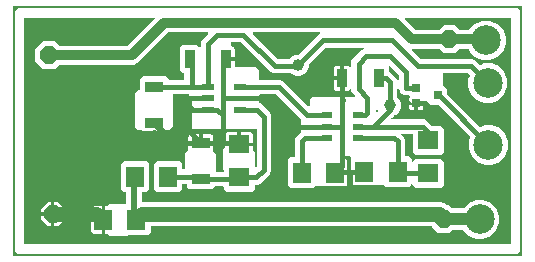
<source format=gbr>
G04 EAGLE Gerber RS-274X export*
G75*
%MOMM*%
%FSLAX34Y34*%
%LPD*%
%INTop Copper*%
%IPPOS*%
%AMOC8*
5,1,8,0,0,1.08239X$1,22.5*%
G01*
%ADD10R,0.977900X0.508000*%
%ADD11R,0.876300X0.508000*%
%ADD12R,1.600000X1.800000*%
%ADD13R,1.600000X0.900000*%
%ADD14R,0.900000X1.600000*%
%ADD15R,0.700000X0.700000*%
%ADD16R,1.800000X1.600000*%
%ADD17P,1.649562X8X22.500000*%
%ADD18C,2.500000*%
%ADD19C,0.406400*%
%ADD20C,1.270000*%
%ADD21C,0.508000*%
%ADD22C,1.006400*%
%ADD23C,1.016000*%
%ADD24C,0.812800*%

G36*
X475020Y44242D02*
X475020Y44242D01*
X475039Y44240D01*
X475141Y44262D01*
X475243Y44279D01*
X475260Y44288D01*
X475280Y44292D01*
X475369Y44345D01*
X475460Y44394D01*
X475474Y44408D01*
X475491Y44418D01*
X475558Y44497D01*
X475630Y44572D01*
X475638Y44590D01*
X475651Y44605D01*
X475690Y44701D01*
X475733Y44795D01*
X475735Y44815D01*
X475743Y44833D01*
X475761Y45000D01*
X475761Y255000D01*
X475758Y255020D01*
X475760Y255039D01*
X475738Y255141D01*
X475722Y255243D01*
X475712Y255260D01*
X475708Y255280D01*
X475655Y255369D01*
X475606Y255460D01*
X475592Y255474D01*
X475582Y255491D01*
X475503Y255558D01*
X475428Y255630D01*
X475410Y255638D01*
X475395Y255651D01*
X475299Y255690D01*
X475205Y255733D01*
X475185Y255735D01*
X475167Y255743D01*
X475000Y255761D01*
X45000Y255761D01*
X44980Y255758D01*
X44961Y255760D01*
X44859Y255738D01*
X44757Y255722D01*
X44740Y255712D01*
X44720Y255708D01*
X44631Y255655D01*
X44540Y255606D01*
X44526Y255592D01*
X44509Y255582D01*
X44442Y255503D01*
X44371Y255428D01*
X44362Y255410D01*
X44349Y255395D01*
X44310Y255299D01*
X44267Y255205D01*
X44265Y255185D01*
X44257Y255167D01*
X44239Y255000D01*
X44239Y45000D01*
X44242Y44980D01*
X44240Y44961D01*
X44262Y44859D01*
X44279Y44757D01*
X44288Y44740D01*
X44292Y44720D01*
X44345Y44631D01*
X44394Y44540D01*
X44408Y44526D01*
X44418Y44509D01*
X44497Y44442D01*
X44572Y44371D01*
X44590Y44362D01*
X44605Y44349D01*
X44701Y44310D01*
X44795Y44267D01*
X44815Y44265D01*
X44833Y44257D01*
X45000Y44239D01*
X475000Y44239D01*
X475020Y44242D01*
G37*
%LPC*%
G36*
X48316Y45935D02*
X48316Y45935D01*
X45935Y48316D01*
X45935Y251684D01*
X48316Y254065D01*
X471684Y254065D01*
X474065Y251684D01*
X474065Y48316D01*
X471684Y45935D01*
X48316Y45935D01*
G37*
%LPD*%
G36*
X465194Y54068D02*
X465194Y54068D01*
X465213Y54066D01*
X465315Y54088D01*
X465417Y54104D01*
X465434Y54114D01*
X465454Y54118D01*
X465543Y54171D01*
X465634Y54220D01*
X465648Y54234D01*
X465665Y54244D01*
X465732Y54323D01*
X465804Y54398D01*
X465812Y54416D01*
X465825Y54431D01*
X465864Y54527D01*
X465907Y54621D01*
X465909Y54641D01*
X465917Y54659D01*
X465935Y54826D01*
X465935Y245174D01*
X465932Y245194D01*
X465934Y245213D01*
X465912Y245315D01*
X465896Y245417D01*
X465886Y245434D01*
X465882Y245454D01*
X465829Y245543D01*
X465780Y245634D01*
X465766Y245648D01*
X465756Y245665D01*
X465677Y245732D01*
X465602Y245804D01*
X465584Y245812D01*
X465569Y245825D01*
X465473Y245864D01*
X465379Y245907D01*
X465359Y245909D01*
X465341Y245917D01*
X465174Y245935D01*
X376898Y245935D01*
X376828Y245924D01*
X376756Y245922D01*
X376707Y245904D01*
X376656Y245896D01*
X376592Y245862D01*
X376525Y245837D01*
X376484Y245805D01*
X376438Y245780D01*
X376389Y245728D01*
X376333Y245684D01*
X376305Y245640D01*
X376269Y245602D01*
X376239Y245537D01*
X376200Y245477D01*
X376187Y245426D01*
X376165Y245379D01*
X376157Y245308D01*
X376140Y245238D01*
X376144Y245186D01*
X376138Y245135D01*
X376153Y245064D01*
X376159Y244993D01*
X376179Y244945D01*
X376190Y244894D01*
X376227Y244833D01*
X376255Y244767D01*
X376300Y244711D01*
X376317Y244683D01*
X376334Y244668D01*
X376360Y244636D01*
X385144Y235852D01*
X385218Y235799D01*
X385287Y235739D01*
X385318Y235727D01*
X385344Y235708D01*
X385431Y235681D01*
X385516Y235647D01*
X385557Y235643D01*
X385579Y235636D01*
X385611Y235637D01*
X385682Y235629D01*
X405289Y235629D01*
X405379Y235643D01*
X405470Y235651D01*
X405500Y235663D01*
X405531Y235668D01*
X405612Y235711D01*
X405696Y235747D01*
X405728Y235773D01*
X405749Y235784D01*
X405771Y235807D01*
X405827Y235852D01*
X409160Y239185D01*
X418840Y239185D01*
X422173Y235852D01*
X422247Y235799D01*
X422316Y235739D01*
X422346Y235727D01*
X422373Y235708D01*
X422460Y235681D01*
X422545Y235647D01*
X422585Y235643D01*
X422608Y235636D01*
X422640Y235637D01*
X422711Y235629D01*
X430387Y235629D01*
X430477Y235643D01*
X430568Y235651D01*
X430598Y235663D01*
X430630Y235668D01*
X430711Y235711D01*
X430795Y235747D01*
X430827Y235773D01*
X430847Y235784D01*
X430870Y235807D01*
X430926Y235852D01*
X435617Y240543D01*
X441705Y243065D01*
X448295Y243065D01*
X454383Y240543D01*
X459043Y235883D01*
X461565Y229795D01*
X461565Y223205D01*
X459043Y217117D01*
X454383Y212457D01*
X448295Y209935D01*
X441705Y209935D01*
X435617Y212457D01*
X430957Y217117D01*
X430218Y218901D01*
X430156Y219001D01*
X430096Y219101D01*
X430092Y219105D01*
X430088Y219110D01*
X429998Y219185D01*
X429910Y219261D01*
X429904Y219263D01*
X429899Y219267D01*
X429790Y219309D01*
X429681Y219353D01*
X429674Y219354D01*
X429669Y219355D01*
X429651Y219356D01*
X429515Y219371D01*
X422711Y219371D01*
X422621Y219357D01*
X422530Y219349D01*
X422500Y219337D01*
X422469Y219332D01*
X422388Y219289D01*
X422304Y219253D01*
X422272Y219227D01*
X422251Y219216D01*
X422229Y219193D01*
X422173Y219148D01*
X418840Y215815D01*
X409160Y215815D01*
X405827Y219148D01*
X405753Y219201D01*
X405684Y219261D01*
X405654Y219273D01*
X405627Y219292D01*
X405540Y219319D01*
X405455Y219353D01*
X405415Y219357D01*
X405392Y219364D01*
X405360Y219363D01*
X405289Y219371D01*
X383089Y219371D01*
X383018Y219360D01*
X382946Y219358D01*
X382897Y219340D01*
X382846Y219332D01*
X382783Y219298D01*
X382715Y219273D01*
X382675Y219241D01*
X382628Y219216D01*
X382579Y219164D01*
X382523Y219120D01*
X382495Y219076D01*
X382459Y219038D01*
X382429Y218973D01*
X382390Y218913D01*
X382377Y218862D01*
X382355Y218815D01*
X382348Y218744D01*
X382330Y218674D01*
X382334Y218622D01*
X382328Y218571D01*
X382344Y218500D01*
X382349Y218429D01*
X382370Y218381D01*
X382381Y218330D01*
X382417Y218269D01*
X382446Y218203D01*
X382490Y218147D01*
X382507Y218119D01*
X382525Y218104D01*
X382550Y218072D01*
X389302Y211320D01*
X389376Y211267D01*
X389446Y211207D01*
X389476Y211195D01*
X389502Y211176D01*
X389589Y211149D01*
X389674Y211115D01*
X389715Y211111D01*
X389737Y211104D01*
X389769Y211105D01*
X389841Y211097D01*
X433213Y211097D01*
X435454Y210169D01*
X437276Y208347D01*
X437276Y208346D01*
X439559Y206063D01*
X439653Y205996D01*
X439748Y205925D01*
X439754Y205923D01*
X439759Y205920D01*
X439870Y205885D01*
X439981Y205849D01*
X439988Y205849D01*
X439994Y205847D01*
X440111Y205850D01*
X440227Y205851D01*
X440235Y205853D01*
X440240Y205854D01*
X440257Y205860D01*
X440389Y205898D01*
X443205Y207065D01*
X449795Y207065D01*
X455883Y204543D01*
X460543Y199883D01*
X463065Y193795D01*
X463065Y187205D01*
X460543Y181117D01*
X455883Y176457D01*
X449795Y173935D01*
X443205Y173935D01*
X437117Y176457D01*
X432457Y181117D01*
X429935Y187205D01*
X429935Y193795D01*
X431102Y196611D01*
X431129Y196725D01*
X431157Y196839D01*
X431157Y196845D01*
X431158Y196851D01*
X431147Y196968D01*
X431138Y197084D01*
X431136Y197089D01*
X431135Y197096D01*
X431087Y197203D01*
X431042Y197310D01*
X431037Y197316D01*
X431035Y197321D01*
X431022Y197334D01*
X430937Y197441D01*
X429698Y198680D01*
X429624Y198733D01*
X429554Y198793D01*
X429524Y198805D01*
X429498Y198824D01*
X429411Y198851D01*
X429326Y198885D01*
X429285Y198889D01*
X429263Y198896D01*
X429231Y198895D01*
X429159Y198903D01*
X409088Y198903D01*
X409068Y198900D01*
X409049Y198902D01*
X408947Y198880D01*
X408845Y198864D01*
X408828Y198854D01*
X408808Y198850D01*
X408719Y198797D01*
X408628Y198748D01*
X408614Y198734D01*
X408597Y198724D01*
X408530Y198645D01*
X408458Y198570D01*
X408450Y198552D01*
X408437Y198537D01*
X408398Y198441D01*
X408355Y198347D01*
X408353Y198327D01*
X408345Y198309D01*
X408327Y198142D01*
X408327Y188326D01*
X408330Y188306D01*
X408328Y188287D01*
X408350Y188185D01*
X408366Y188083D01*
X408376Y188066D01*
X408380Y188046D01*
X408433Y187957D01*
X408482Y187866D01*
X408496Y187852D01*
X408506Y187835D01*
X408585Y187768D01*
X408660Y187696D01*
X408678Y187688D01*
X408693Y187675D01*
X408789Y187636D01*
X408883Y187593D01*
X408903Y187591D01*
X408921Y187583D01*
X409088Y187565D01*
X409434Y187565D01*
X411815Y185184D01*
X411815Y182123D01*
X411829Y182033D01*
X411837Y181942D01*
X411849Y181912D01*
X411854Y181880D01*
X411897Y181799D01*
X411933Y181715D01*
X411959Y181683D01*
X411970Y181663D01*
X411993Y181640D01*
X412038Y181584D01*
X440059Y153563D01*
X440153Y153496D01*
X440248Y153425D01*
X440254Y153423D01*
X440259Y153420D01*
X440370Y153385D01*
X440481Y153349D01*
X440488Y153349D01*
X440494Y153347D01*
X440611Y153350D01*
X440727Y153351D01*
X440735Y153353D01*
X440740Y153354D01*
X440757Y153360D01*
X440889Y153398D01*
X443705Y154565D01*
X450295Y154565D01*
X456383Y152043D01*
X461043Y147383D01*
X463565Y141295D01*
X463565Y134705D01*
X461043Y128617D01*
X456383Y123957D01*
X450295Y121435D01*
X443705Y121435D01*
X437617Y123957D01*
X432957Y128617D01*
X430435Y134705D01*
X430435Y141295D01*
X431602Y144111D01*
X431629Y144225D01*
X431657Y144339D01*
X431657Y144345D01*
X431658Y144351D01*
X431647Y144468D01*
X431638Y144584D01*
X431636Y144589D01*
X431635Y144596D01*
X431587Y144703D01*
X431542Y144810D01*
X431537Y144816D01*
X431535Y144821D01*
X431522Y144834D01*
X431437Y144941D01*
X404928Y171450D01*
X404854Y171503D01*
X404784Y171563D01*
X404754Y171575D01*
X404728Y171594D01*
X404641Y171621D01*
X404556Y171655D01*
X404515Y171659D01*
X404493Y171666D01*
X404461Y171665D01*
X404389Y171673D01*
X392552Y171673D01*
X392532Y171670D01*
X392513Y171672D01*
X392411Y171650D01*
X392309Y171634D01*
X392292Y171624D01*
X392272Y171620D01*
X392183Y171567D01*
X392092Y171518D01*
X392078Y171504D01*
X392061Y171494D01*
X391994Y171415D01*
X391922Y171340D01*
X391914Y171322D01*
X391901Y171307D01*
X391862Y171211D01*
X391819Y171117D01*
X391817Y171097D01*
X391809Y171079D01*
X391791Y170912D01*
X391791Y169666D01*
X391618Y169019D01*
X391283Y168440D01*
X390810Y167967D01*
X390231Y167632D01*
X389584Y167459D01*
X387273Y167459D01*
X387273Y170912D01*
X387270Y170932D01*
X387272Y170951D01*
X387250Y171053D01*
X387233Y171155D01*
X387224Y171172D01*
X387220Y171192D01*
X387167Y171281D01*
X387118Y171372D01*
X387104Y171386D01*
X387094Y171403D01*
X387015Y171470D01*
X386940Y171542D01*
X386922Y171550D01*
X386907Y171563D01*
X386811Y171602D01*
X386717Y171645D01*
X386697Y171647D01*
X386679Y171655D01*
X386512Y171673D01*
X384988Y171673D01*
X384968Y171670D01*
X384949Y171672D01*
X384847Y171650D01*
X384745Y171634D01*
X384728Y171624D01*
X384708Y171620D01*
X384619Y171567D01*
X384528Y171518D01*
X384514Y171504D01*
X384497Y171494D01*
X384430Y171415D01*
X384359Y171340D01*
X384350Y171322D01*
X384337Y171307D01*
X384298Y171211D01*
X384255Y171117D01*
X384253Y171097D01*
X384245Y171079D01*
X384227Y170912D01*
X384227Y167459D01*
X381916Y167459D01*
X381269Y167632D01*
X380690Y167967D01*
X380217Y168440D01*
X379882Y169019D01*
X379709Y169666D01*
X379709Y171977D01*
X381359Y171977D01*
X381430Y171988D01*
X381502Y171990D01*
X381551Y172008D01*
X381602Y172017D01*
X381665Y172050D01*
X381733Y172075D01*
X381773Y172107D01*
X381819Y172132D01*
X381869Y172184D01*
X381925Y172228D01*
X381953Y172272D01*
X381989Y172310D01*
X382019Y172375D01*
X382058Y172435D01*
X382071Y172486D01*
X382092Y172533D01*
X382100Y172604D01*
X382118Y172674D01*
X382114Y172726D01*
X382120Y172778D01*
X382104Y172848D01*
X382099Y172919D01*
X382078Y172967D01*
X382067Y173018D01*
X382031Y173079D01*
X382002Y173145D01*
X381958Y173201D01*
X381941Y173229D01*
X381923Y173244D01*
X381898Y173276D01*
X380602Y174572D01*
X380567Y174631D01*
X380518Y174722D01*
X380504Y174736D01*
X380494Y174753D01*
X380415Y174820D01*
X380340Y174891D01*
X380322Y174900D01*
X380307Y174913D01*
X380211Y174952D01*
X380117Y174995D01*
X380097Y174997D01*
X380079Y175005D01*
X379912Y175023D01*
X379709Y175023D01*
X379709Y177334D01*
X379882Y177981D01*
X380190Y178514D01*
X380206Y178555D01*
X380229Y178591D01*
X380249Y178669D01*
X380277Y178744D01*
X380279Y178788D01*
X380289Y178830D01*
X380283Y178909D01*
X380286Y178989D01*
X380274Y179032D01*
X380270Y179075D01*
X380239Y179149D01*
X380216Y179225D01*
X380191Y179261D01*
X380174Y179302D01*
X380083Y179415D01*
X380075Y179427D01*
X380072Y179429D01*
X380069Y179432D01*
X379321Y180180D01*
X379247Y180233D01*
X379178Y180293D01*
X379148Y180305D01*
X379122Y180324D01*
X379035Y180351D01*
X378950Y180385D01*
X378909Y180389D01*
X378886Y180396D01*
X378854Y180395D01*
X378783Y180403D01*
X376287Y180403D01*
X374046Y181331D01*
X372225Y183153D01*
X372224Y183154D01*
X371831Y183547D01*
X371061Y185406D01*
X371010Y185489D01*
X370964Y185575D01*
X370946Y185593D01*
X370932Y185615D01*
X370856Y185677D01*
X370786Y185744D01*
X370762Y185755D01*
X370742Y185772D01*
X370651Y185807D01*
X370563Y185848D01*
X370537Y185851D01*
X370513Y185860D01*
X370415Y185864D01*
X370319Y185875D01*
X370293Y185869D01*
X370267Y185870D01*
X370173Y185843D01*
X370078Y185823D01*
X370056Y185809D01*
X370031Y185802D01*
X369951Y185746D01*
X369867Y185696D01*
X369850Y185676D01*
X369829Y185662D01*
X369770Y185583D01*
X369707Y185509D01*
X369697Y185485D01*
X369682Y185464D01*
X369652Y185372D01*
X369615Y185281D01*
X369612Y185249D01*
X369606Y185230D01*
X369606Y185197D01*
X369597Y185115D01*
X369597Y178583D01*
X369611Y178493D01*
X369619Y178402D01*
X369631Y178373D01*
X369636Y178341D01*
X369679Y178260D01*
X369715Y178176D01*
X369741Y178144D01*
X369752Y178123D01*
X369775Y178101D01*
X369820Y178045D01*
X371212Y176653D01*
X372597Y173309D01*
X372597Y169691D01*
X371212Y166347D01*
X368653Y163788D01*
X367525Y163321D01*
X367469Y163286D01*
X367409Y163261D01*
X367344Y163209D01*
X367316Y163191D01*
X367304Y163176D01*
X367278Y163156D01*
X366846Y162724D01*
X365018Y160896D01*
X364976Y160838D01*
X364927Y160786D01*
X364905Y160739D01*
X364875Y160697D01*
X364854Y160628D01*
X364823Y160563D01*
X364818Y160511D01*
X364802Y160461D01*
X364804Y160390D01*
X364796Y160319D01*
X364807Y160268D01*
X364809Y160216D01*
X364833Y160148D01*
X364849Y160078D01*
X364875Y160033D01*
X364893Y159985D01*
X364938Y159929D01*
X364975Y159867D01*
X365014Y159833D01*
X365047Y159793D01*
X365107Y159754D01*
X365162Y159707D01*
X365210Y159688D01*
X365254Y159660D01*
X365323Y159642D01*
X365390Y159615D01*
X365461Y159607D01*
X365492Y159599D01*
X365516Y159601D01*
X365557Y159597D01*
X392713Y159597D01*
X394954Y158669D01*
X399334Y154288D01*
X399408Y154235D01*
X399478Y154175D01*
X399508Y154163D01*
X399534Y154144D01*
X399621Y154117D01*
X399706Y154083D01*
X399747Y154079D01*
X399769Y154072D01*
X399801Y154073D01*
X399873Y154065D01*
X406684Y154065D01*
X409065Y151684D01*
X409065Y132316D01*
X406684Y129935D01*
X385316Y129935D01*
X382935Y132316D01*
X382935Y146642D01*
X382932Y146662D01*
X382934Y146681D01*
X382912Y146783D01*
X382896Y146885D01*
X382886Y146902D01*
X382882Y146922D01*
X382829Y147011D01*
X382780Y147102D01*
X382766Y147116D01*
X382756Y147133D01*
X382677Y147200D01*
X382602Y147272D01*
X382584Y147280D01*
X382569Y147293D01*
X382473Y147332D01*
X382379Y147375D01*
X382359Y147377D01*
X382341Y147385D01*
X382174Y147403D01*
X374057Y147403D01*
X373986Y147392D01*
X373914Y147390D01*
X373865Y147372D01*
X373814Y147364D01*
X373751Y147330D01*
X373683Y147305D01*
X373643Y147273D01*
X373596Y147248D01*
X373547Y147196D01*
X373491Y147152D01*
X373463Y147108D01*
X373427Y147070D01*
X373397Y147005D01*
X373358Y146945D01*
X373345Y146894D01*
X373323Y146847D01*
X373316Y146776D01*
X373298Y146706D01*
X373302Y146654D01*
X373296Y146603D01*
X373312Y146532D01*
X373317Y146461D01*
X373338Y146413D01*
X373349Y146362D01*
X373386Y146300D01*
X373414Y146235D01*
X373458Y146179D01*
X373475Y146151D01*
X373493Y146136D01*
X373518Y146104D01*
X375169Y144454D01*
X376097Y142213D01*
X376097Y129326D01*
X376100Y129306D01*
X376098Y129287D01*
X376120Y129185D01*
X376136Y129083D01*
X376146Y129066D01*
X376150Y129046D01*
X376203Y128957D01*
X376252Y128866D01*
X376266Y128852D01*
X376276Y128835D01*
X376355Y128768D01*
X376430Y128696D01*
X376448Y128688D01*
X376463Y128675D01*
X376559Y128636D01*
X376653Y128593D01*
X376673Y128591D01*
X376691Y128583D01*
X376858Y128565D01*
X379684Y128565D01*
X382065Y126184D01*
X382065Y124651D01*
X382076Y124580D01*
X382078Y124508D01*
X382096Y124460D01*
X382104Y124408D01*
X382138Y124345D01*
X382163Y124277D01*
X382195Y124237D01*
X382220Y124191D01*
X382272Y124141D01*
X382316Y124085D01*
X382360Y124057D01*
X382398Y124021D01*
X382463Y123991D01*
X382523Y123952D01*
X382574Y123940D01*
X382621Y123918D01*
X382692Y123910D01*
X382762Y123892D01*
X382814Y123896D01*
X382865Y123891D01*
X382936Y123906D01*
X383007Y123912D01*
X383055Y123932D01*
X383106Y123943D01*
X383167Y123980D01*
X383233Y124008D01*
X383289Y124053D01*
X383317Y124069D01*
X383332Y124087D01*
X383364Y124113D01*
X385316Y126065D01*
X406684Y126065D01*
X409065Y123684D01*
X409065Y104316D01*
X406684Y101935D01*
X385316Y101935D01*
X382788Y104463D01*
X382772Y104475D01*
X382760Y104491D01*
X382672Y104547D01*
X382589Y104607D01*
X382570Y104613D01*
X382553Y104624D01*
X382452Y104649D01*
X382353Y104679D01*
X382334Y104679D01*
X382314Y104684D01*
X382211Y104676D01*
X382108Y104673D01*
X382089Y104666D01*
X382069Y104664D01*
X381974Y104624D01*
X381877Y104588D01*
X381861Y104576D01*
X381843Y104568D01*
X381712Y104463D01*
X379684Y102435D01*
X360316Y102435D01*
X359047Y103704D01*
X358973Y103757D01*
X358904Y103817D01*
X358874Y103829D01*
X358848Y103848D01*
X358761Y103875D01*
X358676Y103909D01*
X358635Y103913D01*
X358612Y103920D01*
X358580Y103919D01*
X358509Y103927D01*
X333106Y103927D01*
X332810Y104224D01*
X332797Y104233D01*
X332787Y104245D01*
X332652Y104345D01*
X332440Y104467D01*
X331967Y104940D01*
X331845Y105152D01*
X331835Y105164D01*
X331828Y105179D01*
X331724Y105310D01*
X330427Y106606D01*
X330427Y127719D01*
X330424Y127739D01*
X330426Y127758D01*
X330404Y127860D01*
X330388Y127962D01*
X330378Y127979D01*
X330374Y127999D01*
X330321Y128088D01*
X330272Y128179D01*
X330258Y128193D01*
X330248Y128210D01*
X330169Y128277D01*
X330094Y128349D01*
X330076Y128357D01*
X330061Y128370D01*
X329965Y128409D01*
X329871Y128452D01*
X329851Y128454D01*
X329833Y128462D01*
X329666Y128480D01*
X322824Y128480D01*
X322754Y128469D01*
X322682Y128467D01*
X322633Y128449D01*
X322582Y128441D01*
X322518Y128407D01*
X322451Y128382D01*
X322410Y128350D01*
X322364Y128325D01*
X322315Y128274D01*
X322259Y128229D01*
X322231Y128185D01*
X322195Y128147D01*
X322165Y128082D01*
X322126Y128022D01*
X322113Y127971D01*
X322091Y127924D01*
X322083Y127853D01*
X322066Y127783D01*
X322070Y127731D01*
X322064Y127680D01*
X322079Y127609D01*
X322085Y127538D01*
X322105Y127490D01*
X322116Y127439D01*
X322153Y127378D01*
X322181Y127312D01*
X322226Y127256D01*
X322243Y127228D01*
X322260Y127213D01*
X322286Y127181D01*
X323203Y126264D01*
X323277Y126211D01*
X323347Y126151D01*
X323377Y126139D01*
X323403Y126120D01*
X323490Y126093D01*
X323575Y126059D01*
X323616Y126055D01*
X323638Y126048D01*
X323670Y126049D01*
X323741Y126041D01*
X325334Y126041D01*
X325981Y125868D01*
X326560Y125533D01*
X327033Y125060D01*
X327368Y124481D01*
X327541Y123834D01*
X327541Y116023D01*
X325334Y116023D01*
X325314Y116020D01*
X325295Y116022D01*
X325193Y116000D01*
X325091Y115983D01*
X325074Y115974D01*
X325054Y115970D01*
X324965Y115917D01*
X324874Y115868D01*
X324860Y115854D01*
X324843Y115844D01*
X324776Y115765D01*
X324704Y115690D01*
X324696Y115672D01*
X324683Y115657D01*
X324644Y115561D01*
X324601Y115467D01*
X324599Y115447D01*
X324591Y115429D01*
X324573Y115262D01*
X324573Y113738D01*
X324576Y113718D01*
X324574Y113699D01*
X324596Y113597D01*
X324612Y113495D01*
X324622Y113478D01*
X324626Y113458D01*
X324679Y113369D01*
X324728Y113278D01*
X324742Y113264D01*
X324752Y113247D01*
X324831Y113180D01*
X324906Y113109D01*
X324924Y113100D01*
X324939Y113087D01*
X325035Y113048D01*
X325129Y113005D01*
X325149Y113003D01*
X325167Y112995D01*
X325334Y112977D01*
X327541Y112977D01*
X327541Y105166D01*
X327368Y104519D01*
X327033Y103940D01*
X326560Y103467D01*
X325981Y103132D01*
X325334Y102959D01*
X322241Y102959D01*
X322151Y102945D01*
X322060Y102937D01*
X322036Y102927D01*
X300491Y102927D01*
X300401Y102913D01*
X300310Y102905D01*
X300280Y102893D01*
X300248Y102888D01*
X300168Y102845D01*
X300084Y102809D01*
X300051Y102783D01*
X300031Y102772D01*
X300009Y102749D01*
X299953Y102704D01*
X298684Y101435D01*
X279316Y101435D01*
X276935Y103816D01*
X276935Y125184D01*
X279316Y127565D01*
X282142Y127565D01*
X282162Y127568D01*
X282181Y127566D01*
X282283Y127588D01*
X282385Y127604D01*
X282402Y127614D01*
X282422Y127618D01*
X282511Y127671D01*
X282602Y127720D01*
X282616Y127734D01*
X282633Y127744D01*
X282700Y127823D01*
X282772Y127898D01*
X282780Y127916D01*
X282793Y127931D01*
X282832Y128027D01*
X282875Y128121D01*
X282877Y128141D01*
X282885Y128159D01*
X282903Y128326D01*
X282903Y142213D01*
X283831Y144454D01*
X288204Y148826D01*
X288257Y148900D01*
X288317Y148970D01*
X288329Y149000D01*
X288348Y149026D01*
X288375Y149113D01*
X288409Y149198D01*
X288413Y149239D01*
X288420Y149261D01*
X288419Y149293D01*
X288427Y149365D01*
X288427Y159135D01*
X288413Y159225D01*
X288405Y159316D01*
X288393Y159346D01*
X288388Y159378D01*
X288345Y159459D01*
X288309Y159543D01*
X288283Y159575D01*
X288272Y159595D01*
X288249Y159618D01*
X288204Y159674D01*
X267198Y180680D01*
X267124Y180733D01*
X267054Y180793D01*
X267024Y180805D01*
X266998Y180824D01*
X266911Y180851D01*
X266826Y180885D01*
X266785Y180889D01*
X266763Y180896D01*
X266731Y180895D01*
X266659Y180903D01*
X253780Y180903D01*
X253760Y180900D01*
X253741Y180902D01*
X253639Y180880D01*
X253537Y180864D01*
X253520Y180854D01*
X253500Y180850D01*
X253411Y180797D01*
X253320Y180748D01*
X253306Y180734D01*
X253289Y180724D01*
X253222Y180645D01*
X253150Y180570D01*
X253142Y180552D01*
X253129Y180537D01*
X253090Y180441D01*
X253047Y180347D01*
X253045Y180327D01*
X253037Y180309D01*
X253019Y180142D01*
X253019Y174272D01*
X253038Y174157D01*
X253055Y174041D01*
X253057Y174035D01*
X253058Y174029D01*
X253113Y173926D01*
X253166Y173821D01*
X253171Y173817D01*
X253174Y173811D01*
X253258Y173732D01*
X253342Y173649D01*
X253348Y173645D01*
X253352Y173642D01*
X253369Y173634D01*
X253489Y173568D01*
X254454Y173169D01*
X262169Y165454D01*
X263097Y163213D01*
X263097Y115787D01*
X262169Y113546D01*
X253954Y105331D01*
X251713Y104403D01*
X249826Y104403D01*
X249806Y104400D01*
X249787Y104402D01*
X249685Y104380D01*
X249583Y104364D01*
X249566Y104354D01*
X249546Y104350D01*
X249457Y104297D01*
X249366Y104248D01*
X249352Y104234D01*
X249335Y104224D01*
X249268Y104145D01*
X249196Y104070D01*
X249188Y104052D01*
X249175Y104037D01*
X249136Y103941D01*
X249093Y103847D01*
X249091Y103827D01*
X249083Y103809D01*
X249065Y103642D01*
X249065Y100816D01*
X246684Y98435D01*
X225316Y98435D01*
X222935Y100816D01*
X222935Y102142D01*
X222932Y102162D01*
X222934Y102181D01*
X222912Y102283D01*
X222896Y102385D01*
X222886Y102402D01*
X222882Y102422D01*
X222829Y102511D01*
X222780Y102602D01*
X222766Y102616D01*
X222756Y102633D01*
X222677Y102700D01*
X222602Y102772D01*
X222584Y102780D01*
X222569Y102793D01*
X222473Y102832D01*
X222379Y102875D01*
X222359Y102877D01*
X222341Y102885D01*
X222174Y102903D01*
X215967Y102903D01*
X215877Y102889D01*
X215786Y102881D01*
X215756Y102869D01*
X215724Y102864D01*
X215644Y102821D01*
X215560Y102785D01*
X215528Y102759D01*
X215507Y102748D01*
X215485Y102725D01*
X215429Y102680D01*
X213184Y100435D01*
X193816Y100435D01*
X191435Y102816D01*
X191435Y104442D01*
X191432Y104462D01*
X191434Y104481D01*
X191412Y104583D01*
X191396Y104685D01*
X191386Y104702D01*
X191382Y104722D01*
X191329Y104811D01*
X191280Y104902D01*
X191266Y104916D01*
X191256Y104933D01*
X191177Y105000D01*
X191102Y105072D01*
X191084Y105080D01*
X191069Y105093D01*
X190973Y105132D01*
X190879Y105175D01*
X190859Y105177D01*
X190841Y105185D01*
X190674Y105203D01*
X188626Y105203D01*
X188606Y105200D01*
X188587Y105202D01*
X188485Y105180D01*
X188383Y105164D01*
X188366Y105154D01*
X188346Y105150D01*
X188257Y105097D01*
X188166Y105048D01*
X188152Y105034D01*
X188135Y105024D01*
X188068Y104945D01*
X187996Y104870D01*
X187988Y104852D01*
X187975Y104837D01*
X187936Y104740D01*
X187893Y104647D01*
X187891Y104627D01*
X187883Y104609D01*
X187865Y104442D01*
X187865Y100616D01*
X185484Y98235D01*
X166116Y98235D01*
X163735Y100616D01*
X163735Y121984D01*
X166116Y124365D01*
X185484Y124365D01*
X187865Y121984D01*
X187865Y118158D01*
X187868Y118138D01*
X187866Y118119D01*
X187888Y118017D01*
X187904Y117915D01*
X187914Y117898D01*
X187918Y117878D01*
X187971Y117789D01*
X188020Y117698D01*
X188034Y117684D01*
X188044Y117667D01*
X188123Y117600D01*
X188198Y117528D01*
X188216Y117520D01*
X188231Y117507D01*
X188327Y117468D01*
X188421Y117425D01*
X188441Y117423D01*
X188459Y117415D01*
X188626Y117397D01*
X189412Y117397D01*
X189432Y117400D01*
X189451Y117398D01*
X189553Y117420D01*
X189655Y117436D01*
X189672Y117446D01*
X189692Y117450D01*
X189781Y117503D01*
X189872Y117552D01*
X189886Y117566D01*
X189903Y117576D01*
X189970Y117655D01*
X190042Y117730D01*
X190050Y117748D01*
X190063Y117763D01*
X190102Y117859D01*
X190145Y117953D01*
X190147Y117973D01*
X190155Y117991D01*
X190173Y118158D01*
X190173Y125185D01*
X190159Y125275D01*
X190151Y125366D01*
X190139Y125396D01*
X190134Y125428D01*
X190091Y125509D01*
X190055Y125593D01*
X190029Y125625D01*
X190018Y125645D01*
X189995Y125668D01*
X189950Y125724D01*
X189673Y126001D01*
X189673Y130999D01*
X192534Y133860D01*
X192561Y133864D01*
X192565Y133866D01*
X192569Y133866D01*
X192673Y133922D01*
X192779Y133977D01*
X192782Y133980D01*
X192786Y133982D01*
X192866Y134066D01*
X192951Y134153D01*
X192953Y134157D01*
X192955Y134160D01*
X193005Y134267D01*
X193057Y134375D01*
X193057Y134379D01*
X193059Y134383D01*
X193072Y134501D01*
X193087Y134619D01*
X193086Y134624D01*
X193086Y134627D01*
X193083Y134641D01*
X193061Y134785D01*
X192959Y135166D01*
X192959Y138477D01*
X202738Y138477D01*
X202758Y138480D01*
X202777Y138478D01*
X202879Y138500D01*
X202981Y138517D01*
X202998Y138526D01*
X203018Y138530D01*
X203107Y138583D01*
X203198Y138632D01*
X203212Y138646D01*
X203229Y138656D01*
X203296Y138735D01*
X203367Y138810D01*
X203376Y138828D01*
X203389Y138843D01*
X203428Y138939D01*
X203471Y139033D01*
X203473Y139053D01*
X203481Y139071D01*
X203499Y139238D01*
X203499Y140001D01*
X203501Y140001D01*
X203501Y139238D01*
X203504Y139218D01*
X203502Y139199D01*
X203524Y139097D01*
X203541Y138995D01*
X203550Y138978D01*
X203554Y138958D01*
X203607Y138869D01*
X203656Y138778D01*
X203670Y138764D01*
X203680Y138747D01*
X203759Y138680D01*
X203834Y138609D01*
X203852Y138600D01*
X203867Y138587D01*
X203963Y138548D01*
X204057Y138505D01*
X204077Y138503D01*
X204095Y138495D01*
X204262Y138477D01*
X214041Y138477D01*
X214041Y135166D01*
X213868Y134519D01*
X213588Y134036D01*
X213573Y133995D01*
X213549Y133958D01*
X213530Y133880D01*
X213501Y133806D01*
X213500Y133762D01*
X213489Y133719D01*
X213495Y133640D01*
X213492Y133560D01*
X213505Y133518D01*
X213508Y133474D01*
X213539Y133401D01*
X213562Y133324D01*
X213587Y133288D01*
X213604Y133248D01*
X213695Y133134D01*
X213703Y133123D01*
X213706Y133121D01*
X213709Y133117D01*
X216327Y130499D01*
X216327Y115858D01*
X216330Y115838D01*
X216328Y115819D01*
X216350Y115717D01*
X216366Y115615D01*
X216376Y115598D01*
X216380Y115578D01*
X216433Y115489D01*
X216482Y115398D01*
X216496Y115384D01*
X216506Y115367D01*
X216585Y115300D01*
X216660Y115228D01*
X216678Y115220D01*
X216693Y115207D01*
X216789Y115168D01*
X216883Y115125D01*
X216903Y115123D01*
X216921Y115115D01*
X217088Y115097D01*
X222174Y115097D01*
X222194Y115100D01*
X222213Y115098D01*
X222315Y115120D01*
X222417Y115136D01*
X222434Y115146D01*
X222454Y115150D01*
X222543Y115203D01*
X222634Y115252D01*
X222648Y115266D01*
X222665Y115276D01*
X222732Y115355D01*
X222804Y115430D01*
X222812Y115448D01*
X222825Y115463D01*
X222864Y115559D01*
X222907Y115653D01*
X222909Y115673D01*
X222917Y115691D01*
X222935Y115858D01*
X222935Y115923D01*
X222921Y116013D01*
X222913Y116104D01*
X222901Y116134D01*
X222896Y116166D01*
X222853Y116247D01*
X222817Y116331D01*
X222791Y116363D01*
X222780Y116384D01*
X222757Y116406D01*
X222712Y116462D01*
X222173Y117001D01*
X222173Y134499D01*
X224236Y136562D01*
X224289Y136636D01*
X224349Y136706D01*
X224361Y136736D01*
X224380Y136762D01*
X224407Y136849D01*
X224420Y136882D01*
X224431Y136906D01*
X224432Y136911D01*
X224441Y136934D01*
X224445Y136975D01*
X224451Y136994D01*
X224516Y136999D01*
X224546Y137011D01*
X224578Y137017D01*
X224659Y137059D01*
X224743Y137095D01*
X224775Y137121D01*
X224796Y137132D01*
X224818Y137155D01*
X224874Y137200D01*
X225001Y137327D01*
X235238Y137327D01*
X235258Y137330D01*
X235277Y137328D01*
X235379Y137350D01*
X235481Y137366D01*
X235498Y137376D01*
X235518Y137380D01*
X235607Y137433D01*
X235698Y137482D01*
X235712Y137496D01*
X235729Y137506D01*
X235796Y137585D01*
X235867Y137660D01*
X235876Y137678D01*
X235889Y137693D01*
X235928Y137789D01*
X235971Y137883D01*
X235973Y137903D01*
X235981Y137921D01*
X235999Y138088D01*
X235999Y138501D01*
X236001Y138501D01*
X236001Y138088D01*
X236004Y138068D01*
X236002Y138049D01*
X236024Y137947D01*
X236041Y137845D01*
X236050Y137828D01*
X236054Y137808D01*
X236107Y137719D01*
X236156Y137628D01*
X236170Y137614D01*
X236180Y137597D01*
X236259Y137530D01*
X236334Y137458D01*
X236352Y137450D01*
X236367Y137437D01*
X236463Y137398D01*
X236557Y137355D01*
X236577Y137353D01*
X236595Y137345D01*
X236762Y137327D01*
X244499Y137327D01*
X244626Y137200D01*
X244700Y137147D01*
X244770Y137087D01*
X244800Y137075D01*
X244826Y137056D01*
X244913Y137029D01*
X244998Y136995D01*
X245039Y136991D01*
X245061Y136984D01*
X245093Y136985D01*
X245165Y136977D01*
X247541Y136977D01*
X247541Y134601D01*
X247555Y134511D01*
X247563Y134420D01*
X247575Y134390D01*
X247580Y134358D01*
X247623Y134277D01*
X247659Y134193D01*
X247685Y134161D01*
X247696Y134140D01*
X247719Y134118D01*
X247764Y134062D01*
X248050Y133776D01*
X249327Y132499D01*
X249327Y119787D01*
X249338Y119716D01*
X249340Y119644D01*
X249358Y119595D01*
X249366Y119544D01*
X249400Y119480D01*
X249425Y119413D01*
X249457Y119372D01*
X249482Y119326D01*
X249534Y119277D01*
X249578Y119221D01*
X249622Y119193D01*
X249660Y119157D01*
X249725Y119127D01*
X249785Y119088D01*
X249836Y119075D01*
X249883Y119053D01*
X249954Y119046D01*
X250024Y119028D01*
X250076Y119032D01*
X250127Y119026D01*
X250198Y119042D01*
X250269Y119047D01*
X250317Y119068D01*
X250368Y119079D01*
X250429Y119115D01*
X250495Y119144D01*
X250551Y119188D01*
X250579Y119205D01*
X250594Y119223D01*
X250626Y119248D01*
X250680Y119303D01*
X250734Y119376D01*
X250793Y119446D01*
X250805Y119476D01*
X250824Y119502D01*
X250851Y119589D01*
X250885Y119674D01*
X250889Y119715D01*
X250896Y119737D01*
X250895Y119770D01*
X250903Y119841D01*
X250903Y150576D01*
X250900Y150596D01*
X250902Y150615D01*
X250880Y150717D01*
X250864Y150819D01*
X250854Y150836D01*
X250850Y150856D01*
X250797Y150945D01*
X250748Y151036D01*
X250734Y151050D01*
X250724Y151067D01*
X250645Y151134D01*
X250570Y151206D01*
X250552Y151214D01*
X250537Y151227D01*
X250441Y151266D01*
X250347Y151309D01*
X250327Y151311D01*
X250309Y151319D01*
X250142Y151337D01*
X196409Y151337D01*
X193581Y154165D01*
X193581Y180142D01*
X193578Y180162D01*
X193580Y180181D01*
X193558Y180283D01*
X193542Y180385D01*
X193532Y180402D01*
X193528Y180422D01*
X193475Y180511D01*
X193426Y180602D01*
X193412Y180616D01*
X193402Y180633D01*
X193323Y180700D01*
X193248Y180772D01*
X193230Y180780D01*
X193215Y180793D01*
X193119Y180832D01*
X193025Y180875D01*
X193005Y180877D01*
X192987Y180885D01*
X192820Y180903D01*
X180334Y180903D01*
X180314Y180900D01*
X180295Y180902D01*
X180193Y180880D01*
X180091Y180864D01*
X180074Y180854D01*
X180054Y180850D01*
X179965Y180797D01*
X179874Y180748D01*
X179860Y180734D01*
X179843Y180724D01*
X179776Y180645D01*
X179704Y180570D01*
X179696Y180552D01*
X179683Y180537D01*
X179644Y180441D01*
X179601Y180347D01*
X179599Y180327D01*
X179591Y180309D01*
X179573Y180142D01*
X179573Y153106D01*
X176894Y150427D01*
X174336Y150427D01*
X174246Y150413D01*
X174155Y150405D01*
X174125Y150393D01*
X174093Y150388D01*
X174012Y150345D01*
X173928Y150309D01*
X173896Y150283D01*
X173876Y150272D01*
X173853Y150249D01*
X173797Y150204D01*
X173560Y149967D01*
X172981Y149632D01*
X172334Y149459D01*
X165523Y149459D01*
X165523Y149666D01*
X165520Y149686D01*
X165522Y149705D01*
X165500Y149807D01*
X165483Y149909D01*
X165474Y149926D01*
X165470Y149946D01*
X165417Y150035D01*
X165368Y150126D01*
X165354Y150140D01*
X165344Y150157D01*
X165265Y150224D01*
X165190Y150296D01*
X165172Y150304D01*
X165157Y150317D01*
X165061Y150356D01*
X164967Y150399D01*
X164947Y150401D01*
X164929Y150409D01*
X164762Y150427D01*
X163238Y150427D01*
X163218Y150424D01*
X163199Y150426D01*
X163097Y150404D01*
X162995Y150388D01*
X162978Y150378D01*
X162958Y150374D01*
X162869Y150321D01*
X162778Y150272D01*
X162764Y150258D01*
X162747Y150248D01*
X162680Y150169D01*
X162609Y150094D01*
X162600Y150076D01*
X162587Y150061D01*
X162548Y149965D01*
X162505Y149871D01*
X162503Y149851D01*
X162495Y149833D01*
X162477Y149666D01*
X162477Y149459D01*
X155666Y149459D01*
X155019Y149632D01*
X154440Y149967D01*
X154203Y150204D01*
X154129Y150257D01*
X154059Y150317D01*
X154029Y150329D01*
X154003Y150348D01*
X153916Y150375D01*
X153831Y150409D01*
X153790Y150413D01*
X153768Y150420D01*
X153736Y150419D01*
X153664Y150427D01*
X150606Y150427D01*
X147927Y153106D01*
X147927Y181894D01*
X150606Y184573D01*
X151174Y184573D01*
X151194Y184576D01*
X151213Y184574D01*
X151315Y184596D01*
X151417Y184612D01*
X151434Y184622D01*
X151454Y184626D01*
X151543Y184679D01*
X151634Y184728D01*
X151648Y184742D01*
X151665Y184752D01*
X151732Y184831D01*
X151804Y184906D01*
X151812Y184924D01*
X151825Y184939D01*
X151864Y185035D01*
X151907Y185129D01*
X151909Y185149D01*
X151917Y185167D01*
X151935Y185334D01*
X151935Y193684D01*
X154316Y196065D01*
X173684Y196065D01*
X176099Y193650D01*
X176104Y193615D01*
X176114Y193598D01*
X176118Y193578D01*
X176171Y193489D01*
X176220Y193398D01*
X176234Y193384D01*
X176244Y193367D01*
X176323Y193300D01*
X176398Y193228D01*
X176416Y193220D01*
X176431Y193207D01*
X176527Y193168D01*
X176621Y193125D01*
X176641Y193123D01*
X176659Y193115D01*
X176826Y193097D01*
X188756Y193097D01*
X188776Y193100D01*
X188795Y193098D01*
X188897Y193120D01*
X188999Y193136D01*
X189016Y193146D01*
X189036Y193150D01*
X189125Y193203D01*
X189216Y193252D01*
X189230Y193266D01*
X189247Y193276D01*
X189314Y193355D01*
X189386Y193430D01*
X189394Y193448D01*
X189407Y193463D01*
X189446Y193559D01*
X189489Y193653D01*
X189491Y193673D01*
X189499Y193691D01*
X189517Y193858D01*
X189517Y198174D01*
X189514Y198194D01*
X189516Y198213D01*
X189494Y198315D01*
X189478Y198417D01*
X189468Y198434D01*
X189464Y198454D01*
X189411Y198543D01*
X189362Y198634D01*
X189348Y198648D01*
X189338Y198665D01*
X189259Y198732D01*
X189184Y198804D01*
X189166Y198812D01*
X189151Y198825D01*
X189055Y198864D01*
X188961Y198907D01*
X188941Y198909D01*
X188923Y198917D01*
X188756Y198935D01*
X187816Y198935D01*
X185435Y201316D01*
X185435Y220684D01*
X187816Y223065D01*
X200184Y223065D01*
X202104Y221145D01*
X202162Y221103D01*
X202214Y221053D01*
X202261Y221031D01*
X202303Y221001D01*
X202372Y220980D01*
X202437Y220950D01*
X202489Y220944D01*
X202539Y220929D01*
X202610Y220931D01*
X202681Y220923D01*
X202732Y220934D01*
X202784Y220935D01*
X202852Y220960D01*
X202922Y220975D01*
X202967Y221002D01*
X203015Y221020D01*
X203071Y221064D01*
X203133Y221101D01*
X203167Y221141D01*
X203207Y221173D01*
X203246Y221234D01*
X203293Y221288D01*
X203312Y221336D01*
X203340Y221380D01*
X203358Y221450D01*
X203385Y221516D01*
X203393Y221588D01*
X203401Y221619D01*
X203399Y221642D01*
X203403Y221683D01*
X203403Y224713D01*
X204331Y226954D01*
X209450Y232072D01*
X209492Y232130D01*
X209541Y232182D01*
X209563Y232229D01*
X209593Y232271D01*
X209614Y232340D01*
X209645Y232405D01*
X209650Y232457D01*
X209666Y232507D01*
X209664Y232578D01*
X209672Y232649D01*
X209661Y232700D01*
X209659Y232752D01*
X209635Y232820D01*
X209619Y232890D01*
X209593Y232935D01*
X209575Y232983D01*
X209530Y233039D01*
X209493Y233101D01*
X209454Y233135D01*
X209421Y233175D01*
X209361Y233214D01*
X209306Y233261D01*
X209258Y233280D01*
X209214Y233308D01*
X209145Y233326D01*
X209078Y233353D01*
X209007Y233361D01*
X208976Y233369D01*
X208952Y233367D01*
X208911Y233371D01*
X176182Y233371D01*
X176092Y233357D01*
X176001Y233349D01*
X175972Y233337D01*
X175940Y233332D01*
X175859Y233289D01*
X175775Y233253D01*
X175743Y233227D01*
X175722Y233216D01*
X175700Y233193D01*
X175644Y233148D01*
X149605Y207109D01*
X146617Y205871D01*
X83711Y205871D01*
X83621Y205857D01*
X83530Y205849D01*
X83500Y205837D01*
X83469Y205832D01*
X83388Y205789D01*
X83304Y205753D01*
X83272Y205727D01*
X83251Y205716D01*
X83229Y205693D01*
X83173Y205648D01*
X79840Y202315D01*
X70160Y202315D01*
X63315Y209160D01*
X63315Y218840D01*
X70160Y225685D01*
X79840Y225685D01*
X83173Y222352D01*
X83247Y222299D01*
X83316Y222239D01*
X83346Y222227D01*
X83373Y222208D01*
X83460Y222181D01*
X83545Y222147D01*
X83585Y222143D01*
X83608Y222136D01*
X83640Y222137D01*
X83711Y222129D01*
X141318Y222129D01*
X141408Y222143D01*
X141499Y222151D01*
X141528Y222163D01*
X141560Y222168D01*
X141641Y222211D01*
X141725Y222247D01*
X141757Y222273D01*
X141778Y222284D01*
X141800Y222307D01*
X141856Y222352D01*
X164140Y244636D01*
X164182Y244694D01*
X164231Y244746D01*
X164253Y244793D01*
X164284Y244835D01*
X164305Y244904D01*
X164335Y244969D01*
X164341Y245021D01*
X164356Y245071D01*
X164354Y245142D01*
X164362Y245213D01*
X164351Y245264D01*
X164350Y245316D01*
X164325Y245384D01*
X164310Y245454D01*
X164283Y245499D01*
X164265Y245547D01*
X164220Y245603D01*
X164183Y245665D01*
X164144Y245699D01*
X164111Y245739D01*
X164051Y245778D01*
X163997Y245825D01*
X163948Y245844D01*
X163904Y245872D01*
X163835Y245890D01*
X163768Y245917D01*
X163697Y245925D01*
X163666Y245933D01*
X163643Y245931D01*
X163602Y245935D01*
X54826Y245935D01*
X54806Y245932D01*
X54787Y245934D01*
X54685Y245912D01*
X54583Y245896D01*
X54566Y245886D01*
X54546Y245882D01*
X54457Y245829D01*
X54366Y245780D01*
X54352Y245766D01*
X54335Y245756D01*
X54268Y245677D01*
X54196Y245602D01*
X54188Y245584D01*
X54175Y245569D01*
X54136Y245473D01*
X54093Y245379D01*
X54091Y245359D01*
X54083Y245341D01*
X54065Y245174D01*
X54065Y54826D01*
X54068Y54806D01*
X54066Y54787D01*
X54088Y54685D01*
X54104Y54583D01*
X54114Y54566D01*
X54118Y54546D01*
X54171Y54457D01*
X54220Y54366D01*
X54234Y54352D01*
X54244Y54335D01*
X54323Y54268D01*
X54398Y54196D01*
X54416Y54188D01*
X54431Y54175D01*
X54527Y54136D01*
X54621Y54093D01*
X54641Y54091D01*
X54659Y54083D01*
X54826Y54065D01*
X465174Y54065D01*
X465194Y54068D01*
G37*
%LPC*%
G36*
X436205Y58435D02*
X436205Y58435D01*
X430117Y60957D01*
X425457Y65617D01*
X425346Y65885D01*
X425284Y65985D01*
X425224Y66085D01*
X425220Y66089D01*
X425216Y66094D01*
X425126Y66169D01*
X425037Y66245D01*
X425032Y66247D01*
X425027Y66251D01*
X424918Y66293D01*
X424809Y66337D01*
X424802Y66338D01*
X424797Y66339D01*
X424779Y66340D01*
X424643Y66355D01*
X416695Y66355D01*
X416605Y66341D01*
X416514Y66333D01*
X416484Y66321D01*
X416453Y66316D01*
X416372Y66273D01*
X416288Y66237D01*
X416256Y66211D01*
X416235Y66200D01*
X416213Y66177D01*
X416157Y66132D01*
X413840Y63815D01*
X404160Y63815D01*
X399113Y68862D01*
X399039Y68915D01*
X398970Y68975D01*
X398939Y68987D01*
X398913Y69006D01*
X398826Y69033D01*
X398741Y69067D01*
X398700Y69071D01*
X398678Y69078D01*
X398646Y69077D01*
X398575Y69085D01*
X161826Y69085D01*
X161806Y69082D01*
X161787Y69084D01*
X161685Y69062D01*
X161583Y69046D01*
X161566Y69036D01*
X161546Y69032D01*
X161457Y68979D01*
X161366Y68930D01*
X161352Y68916D01*
X161335Y68906D01*
X161268Y68827D01*
X161196Y68752D01*
X161188Y68734D01*
X161175Y68719D01*
X161136Y68623D01*
X161093Y68529D01*
X161091Y68509D01*
X161083Y68491D01*
X161065Y68324D01*
X161065Y63816D01*
X158684Y61435D01*
X142077Y61435D01*
X141987Y61421D01*
X141896Y61413D01*
X141866Y61401D01*
X141834Y61396D01*
X141753Y61353D01*
X141669Y61317D01*
X141637Y61291D01*
X141617Y61280D01*
X141594Y61257D01*
X141538Y61212D01*
X141499Y61173D01*
X126501Y61173D01*
X124938Y62736D01*
X124864Y62789D01*
X124794Y62849D01*
X124764Y62861D01*
X124738Y62880D01*
X124651Y62907D01*
X124566Y62941D01*
X124525Y62945D01*
X124503Y62952D01*
X124471Y62951D01*
X124399Y62959D01*
X122523Y62959D01*
X122523Y73738D01*
X122520Y73758D01*
X122522Y73777D01*
X122500Y73879D01*
X122483Y73981D01*
X122474Y73998D01*
X122470Y74018D01*
X122417Y74107D01*
X122368Y74198D01*
X122354Y74212D01*
X122344Y74229D01*
X122265Y74296D01*
X122190Y74367D01*
X122172Y74376D01*
X122157Y74389D01*
X122061Y74428D01*
X121967Y74471D01*
X121947Y74473D01*
X121929Y74481D01*
X121762Y74499D01*
X120999Y74499D01*
X120999Y74501D01*
X121762Y74501D01*
X121782Y74504D01*
X121801Y74502D01*
X121903Y74524D01*
X122005Y74541D01*
X122022Y74550D01*
X122042Y74554D01*
X122131Y74607D01*
X122222Y74656D01*
X122236Y74670D01*
X122253Y74680D01*
X122320Y74759D01*
X122391Y74834D01*
X122400Y74852D01*
X122413Y74867D01*
X122452Y74963D01*
X122495Y75057D01*
X122497Y75077D01*
X122505Y75095D01*
X122523Y75262D01*
X122523Y86041D01*
X123899Y86041D01*
X123989Y86055D01*
X124080Y86063D01*
X124110Y86075D01*
X124142Y86080D01*
X124223Y86123D01*
X124307Y86159D01*
X124339Y86185D01*
X124359Y86196D01*
X124382Y86219D01*
X124438Y86264D01*
X126001Y87827D01*
X136685Y87827D01*
X136775Y87841D01*
X136866Y87849D01*
X136896Y87861D01*
X136928Y87866D01*
X137009Y87909D01*
X137093Y87945D01*
X137125Y87971D01*
X137145Y87982D01*
X137168Y88005D01*
X137224Y88050D01*
X137501Y88327D01*
X139586Y88327D01*
X139606Y88330D01*
X139625Y88328D01*
X139727Y88350D01*
X139829Y88366D01*
X139846Y88376D01*
X139866Y88380D01*
X139955Y88433D01*
X140046Y88482D01*
X140060Y88496D01*
X140077Y88506D01*
X140144Y88585D01*
X140216Y88660D01*
X140224Y88678D01*
X140237Y88693D01*
X140276Y88789D01*
X140319Y88883D01*
X140321Y88903D01*
X140329Y88921D01*
X140347Y89088D01*
X140347Y97474D01*
X140344Y97494D01*
X140346Y97513D01*
X140324Y97615D01*
X140308Y97717D01*
X140298Y97734D01*
X140294Y97754D01*
X140241Y97843D01*
X140192Y97934D01*
X140178Y97948D01*
X140168Y97965D01*
X140089Y98032D01*
X140014Y98104D01*
X139996Y98112D01*
X139981Y98125D01*
X139885Y98164D01*
X139791Y98207D01*
X139771Y98209D01*
X139753Y98217D01*
X139586Y98235D01*
X138116Y98235D01*
X135735Y100616D01*
X135735Y121984D01*
X138116Y124365D01*
X157484Y124365D01*
X159865Y121984D01*
X159865Y100616D01*
X157484Y98235D01*
X154318Y98235D01*
X154298Y98232D01*
X154279Y98234D01*
X154177Y98212D01*
X154075Y98196D01*
X154058Y98186D01*
X154038Y98182D01*
X153949Y98129D01*
X153858Y98080D01*
X153844Y98066D01*
X153827Y98056D01*
X153760Y97977D01*
X153688Y97902D01*
X153680Y97884D01*
X153667Y97869D01*
X153628Y97773D01*
X153585Y97679D01*
X153583Y97659D01*
X153575Y97641D01*
X153557Y97474D01*
X153557Y90676D01*
X153560Y90656D01*
X153558Y90637D01*
X153580Y90535D01*
X153596Y90433D01*
X153606Y90416D01*
X153610Y90396D01*
X153663Y90307D01*
X153712Y90216D01*
X153726Y90202D01*
X153736Y90185D01*
X153815Y90118D01*
X153890Y90046D01*
X153908Y90038D01*
X153923Y90025D01*
X154019Y89986D01*
X154113Y89943D01*
X154133Y89941D01*
X154151Y89933D01*
X154318Y89915D01*
X407072Y89915D01*
X410900Y88329D01*
X411821Y87408D01*
X411895Y87355D01*
X411964Y87295D01*
X411995Y87283D01*
X412021Y87264D01*
X412108Y87237D01*
X412193Y87203D01*
X412233Y87199D01*
X412256Y87192D01*
X412288Y87193D01*
X412359Y87185D01*
X413840Y87185D01*
X416157Y84868D01*
X416231Y84815D01*
X416300Y84755D01*
X416330Y84743D01*
X416357Y84724D01*
X416444Y84697D01*
X416529Y84663D01*
X416569Y84659D01*
X416592Y84652D01*
X416624Y84653D01*
X416695Y84645D01*
X425403Y84645D01*
X425493Y84659D01*
X425584Y84667D01*
X425614Y84679D01*
X425646Y84684D01*
X425727Y84727D01*
X425811Y84763D01*
X425843Y84789D01*
X425863Y84800D01*
X425886Y84823D01*
X425942Y84868D01*
X430117Y89043D01*
X436205Y91565D01*
X442795Y91565D01*
X448883Y89043D01*
X453543Y84383D01*
X456065Y78295D01*
X456065Y71705D01*
X453543Y65617D01*
X448883Y60957D01*
X442795Y58435D01*
X436205Y58435D01*
G37*
%LPD*%
G36*
X294861Y170678D02*
X294861Y170678D01*
X294913Y170680D01*
X294981Y170704D01*
X295051Y170720D01*
X295096Y170746D01*
X295144Y170764D01*
X295200Y170809D01*
X295262Y170846D01*
X295296Y170885D01*
X295336Y170918D01*
X295375Y170978D01*
X295422Y171033D01*
X295441Y171081D01*
X295469Y171125D01*
X295487Y171194D01*
X295514Y171261D01*
X295522Y171332D01*
X295530Y171363D01*
X295528Y171387D01*
X295532Y171428D01*
X295532Y176064D01*
X297988Y178520D01*
X333520Y178520D01*
X333591Y178531D01*
X333663Y178533D01*
X333712Y178551D01*
X333763Y178559D01*
X333826Y178593D01*
X333894Y178618D01*
X333935Y178650D01*
X333981Y178675D01*
X334030Y178726D01*
X334086Y178771D01*
X334114Y178815D01*
X334150Y178853D01*
X334180Y178918D01*
X334219Y178978D01*
X334232Y179029D01*
X334254Y179076D01*
X334261Y179147D01*
X334279Y179217D01*
X334275Y179269D01*
X334281Y179320D01*
X334265Y179391D01*
X334260Y179462D01*
X334239Y179510D01*
X334228Y179561D01*
X334192Y179622D01*
X334163Y179688D01*
X334119Y179744D01*
X334102Y179772D01*
X334084Y179787D01*
X334059Y179819D01*
X333654Y180224D01*
X331831Y182046D01*
X330903Y184287D01*
X330903Y184472D01*
X330892Y184543D01*
X330890Y184615D01*
X330872Y184664D01*
X330864Y184715D01*
X330830Y184778D01*
X330805Y184846D01*
X330773Y184887D01*
X330748Y184932D01*
X330697Y184982D01*
X330652Y185038D01*
X330608Y185066D01*
X330570Y185102D01*
X330505Y185132D01*
X330445Y185171D01*
X330394Y185184D01*
X330347Y185205D01*
X330276Y185213D01*
X330206Y185231D01*
X330154Y185227D01*
X330103Y185233D01*
X330032Y185217D01*
X329961Y185212D01*
X329913Y185191D01*
X329862Y185180D01*
X329801Y185143D01*
X329735Y185115D01*
X329679Y185071D01*
X329651Y185054D01*
X329636Y185036D01*
X329604Y185011D01*
X329060Y184467D01*
X328481Y184132D01*
X327834Y183959D01*
X324523Y183959D01*
X324523Y193738D01*
X324520Y193758D01*
X324522Y193777D01*
X324500Y193879D01*
X324483Y193981D01*
X324474Y193998D01*
X324470Y194018D01*
X324417Y194107D01*
X324368Y194198D01*
X324354Y194212D01*
X324344Y194229D01*
X324265Y194296D01*
X324190Y194367D01*
X324172Y194376D01*
X324157Y194389D01*
X324061Y194428D01*
X323967Y194471D01*
X323947Y194473D01*
X323929Y194481D01*
X323762Y194499D01*
X322999Y194499D01*
X322999Y194501D01*
X323762Y194501D01*
X323782Y194504D01*
X323801Y194502D01*
X323903Y194524D01*
X324005Y194541D01*
X324022Y194550D01*
X324042Y194554D01*
X324131Y194607D01*
X324222Y194656D01*
X324236Y194670D01*
X324253Y194680D01*
X324320Y194759D01*
X324391Y194834D01*
X324400Y194852D01*
X324413Y194867D01*
X324452Y194963D01*
X324495Y195057D01*
X324497Y195077D01*
X324505Y195095D01*
X324523Y195262D01*
X324523Y205041D01*
X327834Y205041D01*
X328481Y204868D01*
X329060Y204533D01*
X329604Y203989D01*
X329662Y203947D01*
X329714Y203898D01*
X329761Y203876D01*
X329803Y203846D01*
X329872Y203825D01*
X329937Y203795D01*
X329989Y203789D01*
X330039Y203773D01*
X330110Y203775D01*
X330181Y203767D01*
X330232Y203779D01*
X330284Y203780D01*
X330352Y203804D01*
X330422Y203820D01*
X330467Y203846D01*
X330515Y203864D01*
X330571Y203909D01*
X330633Y203946D01*
X330667Y203985D01*
X330707Y204018D01*
X330746Y204078D01*
X330793Y204133D01*
X330812Y204181D01*
X330840Y204225D01*
X330858Y204294D01*
X330885Y204361D01*
X330893Y204432D01*
X330901Y204463D01*
X330899Y204487D01*
X330903Y204528D01*
X330903Y208213D01*
X331831Y210454D01*
X339546Y218169D01*
X341406Y218939D01*
X341489Y218990D01*
X341575Y219036D01*
X341593Y219054D01*
X341615Y219068D01*
X341677Y219144D01*
X341744Y219214D01*
X341755Y219238D01*
X341772Y219258D01*
X341807Y219349D01*
X341848Y219437D01*
X341851Y219463D01*
X341860Y219487D01*
X341864Y219585D01*
X341875Y219681D01*
X341869Y219707D01*
X341870Y219733D01*
X341843Y219827D01*
X341822Y219922D01*
X341809Y219944D01*
X341802Y219969D01*
X341746Y220049D01*
X341696Y220133D01*
X341676Y220150D01*
X341662Y220171D01*
X341583Y220230D01*
X341509Y220293D01*
X341485Y220303D01*
X341464Y220318D01*
X341372Y220348D01*
X341281Y220385D01*
X341249Y220388D01*
X341230Y220394D01*
X341197Y220394D01*
X341115Y220403D01*
X309841Y220403D01*
X309751Y220389D01*
X309660Y220381D01*
X309630Y220369D01*
X309598Y220364D01*
X309517Y220321D01*
X309433Y220285D01*
X309401Y220259D01*
X309381Y220248D01*
X309358Y220225D01*
X309302Y220180D01*
X295320Y206198D01*
X295267Y206124D01*
X295207Y206054D01*
X295195Y206024D01*
X295176Y205998D01*
X295149Y205911D01*
X295115Y205826D01*
X295111Y205785D01*
X295104Y205763D01*
X295105Y205731D01*
X295097Y205659D01*
X295097Y203691D01*
X293712Y200347D01*
X291153Y197788D01*
X287809Y196403D01*
X284191Y196403D01*
X280847Y197788D01*
X279955Y198680D01*
X279881Y198733D01*
X279812Y198793D01*
X279781Y198805D01*
X279755Y198824D01*
X279668Y198851D01*
X279583Y198885D01*
X279542Y198889D01*
X279520Y198896D01*
X279488Y198895D01*
X279417Y198903D01*
X264787Y198903D01*
X262546Y199831D01*
X260724Y201653D01*
X260724Y201654D01*
X237198Y225180D01*
X237124Y225233D01*
X237054Y225293D01*
X237024Y225305D01*
X236998Y225324D01*
X236911Y225351D01*
X236826Y225385D01*
X236785Y225389D01*
X236763Y225396D01*
X236731Y225395D01*
X236659Y225403D01*
X229588Y225403D01*
X229568Y225400D01*
X229549Y225402D01*
X229447Y225380D01*
X229345Y225364D01*
X229328Y225354D01*
X229308Y225350D01*
X229219Y225297D01*
X229128Y225248D01*
X229114Y225234D01*
X229097Y225224D01*
X229030Y225145D01*
X228958Y225070D01*
X228950Y225052D01*
X228937Y225037D01*
X228898Y224941D01*
X228855Y224847D01*
X228853Y224827D01*
X228845Y224809D01*
X228827Y224642D01*
X228827Y222302D01*
X228830Y222282D01*
X228828Y222263D01*
X228850Y222161D01*
X228866Y222059D01*
X228876Y222042D01*
X228880Y222022D01*
X228933Y221933D01*
X228982Y221842D01*
X228996Y221828D01*
X229006Y221811D01*
X229085Y221744D01*
X229160Y221672D01*
X229178Y221664D01*
X229193Y221651D01*
X229289Y221612D01*
X229383Y221569D01*
X229403Y221567D01*
X229421Y221559D01*
X229588Y221541D01*
X229834Y221541D01*
X230481Y221368D01*
X231060Y221033D01*
X231533Y220560D01*
X231868Y219981D01*
X232041Y219334D01*
X232041Y212523D01*
X229588Y212523D01*
X229568Y212520D01*
X229549Y212522D01*
X229447Y212500D01*
X229345Y212483D01*
X229328Y212474D01*
X229308Y212470D01*
X229219Y212417D01*
X229128Y212368D01*
X229114Y212354D01*
X229097Y212344D01*
X229030Y212265D01*
X228958Y212190D01*
X228950Y212172D01*
X228937Y212157D01*
X228898Y212061D01*
X228855Y211967D01*
X228853Y211947D01*
X228845Y211929D01*
X228827Y211762D01*
X228827Y210238D01*
X228830Y210218D01*
X228828Y210199D01*
X228850Y210097D01*
X228866Y209995D01*
X228876Y209978D01*
X228880Y209958D01*
X228933Y209869D01*
X228982Y209778D01*
X228996Y209764D01*
X229006Y209747D01*
X229085Y209680D01*
X229160Y209609D01*
X229178Y209600D01*
X229193Y209587D01*
X229289Y209548D01*
X229383Y209505D01*
X229403Y209503D01*
X229421Y209495D01*
X229588Y209477D01*
X232041Y209477D01*
X232041Y204424D01*
X232044Y204404D01*
X232042Y204385D01*
X232064Y204283D01*
X232080Y204181D01*
X232090Y204164D01*
X232094Y204144D01*
X232147Y204055D01*
X232196Y203964D01*
X232210Y203950D01*
X232220Y203933D01*
X232299Y203866D01*
X232374Y203794D01*
X232392Y203786D01*
X232407Y203773D01*
X232503Y203734D01*
X232597Y203691D01*
X232617Y203689D01*
X232635Y203681D01*
X232802Y203663D01*
X250191Y203663D01*
X253019Y200835D01*
X253019Y193858D01*
X253022Y193838D01*
X253020Y193819D01*
X253042Y193717D01*
X253058Y193615D01*
X253068Y193598D01*
X253072Y193578D01*
X253125Y193489D01*
X253174Y193398D01*
X253188Y193384D01*
X253198Y193367D01*
X253277Y193300D01*
X253352Y193228D01*
X253370Y193220D01*
X253385Y193207D01*
X253481Y193168D01*
X253575Y193125D01*
X253595Y193123D01*
X253613Y193115D01*
X253780Y193097D01*
X270713Y193097D01*
X272954Y192169D01*
X294233Y170889D01*
X294291Y170848D01*
X294343Y170798D01*
X294390Y170776D01*
X294432Y170746D01*
X294501Y170725D01*
X294566Y170694D01*
X294618Y170689D01*
X294668Y170673D01*
X294739Y170675D01*
X294810Y170667D01*
X294861Y170678D01*
G37*
G36*
X278507Y211111D02*
X278507Y211111D01*
X278598Y211119D01*
X278627Y211131D01*
X278659Y211136D01*
X278740Y211179D01*
X278824Y211215D01*
X278856Y211241D01*
X278877Y211252D01*
X278899Y211275D01*
X278955Y211320D01*
X280847Y213212D01*
X284191Y214597D01*
X286159Y214597D01*
X286249Y214611D01*
X286340Y214619D01*
X286370Y214631D01*
X286402Y214636D01*
X286483Y214679D01*
X286567Y214715D01*
X286599Y214741D01*
X286619Y214752D01*
X286642Y214775D01*
X286698Y214820D01*
X301724Y229846D01*
X301724Y229847D01*
X303546Y231669D01*
X304121Y231907D01*
X304204Y231958D01*
X304290Y232004D01*
X304308Y232023D01*
X304331Y232036D01*
X304393Y232111D01*
X304460Y232182D01*
X304471Y232206D01*
X304487Y232226D01*
X304522Y232317D01*
X304563Y232405D01*
X304566Y232431D01*
X304576Y232455D01*
X304580Y232553D01*
X304590Y232649D01*
X304585Y232675D01*
X304586Y232701D01*
X304559Y232795D01*
X304538Y232890D01*
X304525Y232912D01*
X304517Y232937D01*
X304462Y233017D01*
X304412Y233101D01*
X304392Y233118D01*
X304377Y233139D01*
X304299Y233197D01*
X304225Y233261D01*
X304201Y233271D01*
X304180Y233286D01*
X304087Y233316D01*
X303997Y233353D01*
X303964Y233356D01*
X303946Y233362D01*
X303913Y233362D01*
X303830Y233371D01*
X248089Y233371D01*
X248018Y233360D01*
X247946Y233358D01*
X247897Y233340D01*
X247846Y233332D01*
X247783Y233298D01*
X247715Y233273D01*
X247674Y233241D01*
X247628Y233216D01*
X247579Y233165D01*
X247523Y233120D01*
X247495Y233076D01*
X247459Y233038D01*
X247429Y232973D01*
X247390Y232913D01*
X247377Y232862D01*
X247355Y232815D01*
X247348Y232744D01*
X247330Y232674D01*
X247334Y232622D01*
X247328Y232571D01*
X247344Y232500D01*
X247349Y232429D01*
X247370Y232381D01*
X247381Y232330D01*
X247417Y232269D01*
X247446Y232203D01*
X247490Y232147D01*
X247507Y232119D01*
X247525Y232104D01*
X247550Y232072D01*
X268302Y211320D01*
X268376Y211267D01*
X268446Y211207D01*
X268476Y211195D01*
X268502Y211176D01*
X268589Y211149D01*
X268674Y211115D01*
X268715Y211111D01*
X268737Y211104D01*
X268769Y211105D01*
X268841Y211097D01*
X278417Y211097D01*
X278507Y211111D01*
G37*
%LPC*%
G36*
X237523Y140023D02*
X237523Y140023D01*
X237523Y149041D01*
X245334Y149041D01*
X245981Y148868D01*
X246560Y148533D01*
X247033Y148060D01*
X247368Y147481D01*
X247541Y146834D01*
X247541Y140023D01*
X237523Y140023D01*
G37*
%LPD*%
%LPC*%
G36*
X224459Y140023D02*
X224459Y140023D01*
X224459Y146834D01*
X224632Y147481D01*
X224967Y148060D01*
X225440Y148533D01*
X226019Y148868D01*
X226666Y149041D01*
X234477Y149041D01*
X234477Y140023D01*
X224459Y140023D01*
G37*
%LPD*%
%LPC*%
G36*
X110459Y76023D02*
X110459Y76023D01*
X110459Y83834D01*
X110632Y84481D01*
X110967Y85060D01*
X111440Y85533D01*
X112019Y85868D01*
X112666Y86041D01*
X119477Y86041D01*
X119477Y76023D01*
X110459Y76023D01*
G37*
%LPD*%
%LPC*%
G36*
X112666Y62959D02*
X112666Y62959D01*
X112019Y63132D01*
X111440Y63467D01*
X110967Y63940D01*
X110632Y64519D01*
X110459Y65166D01*
X110459Y72977D01*
X119477Y72977D01*
X119477Y62959D01*
X112666Y62959D01*
G37*
%LPD*%
%LPC*%
G36*
X79523Y81023D02*
X79523Y81023D01*
X79523Y89661D01*
X82209Y89661D01*
X88161Y83709D01*
X88161Y81023D01*
X79523Y81023D01*
G37*
%LPD*%
%LPC*%
G36*
X67839Y81023D02*
X67839Y81023D01*
X67839Y83709D01*
X73791Y89661D01*
X76477Y89661D01*
X76477Y81023D01*
X67839Y81023D01*
G37*
%LPD*%
%LPC*%
G36*
X79523Y69339D02*
X79523Y69339D01*
X79523Y77977D01*
X88161Y77977D01*
X88161Y75291D01*
X82209Y69339D01*
X79523Y69339D01*
G37*
%LPD*%
%LPC*%
G36*
X73791Y69339D02*
X73791Y69339D01*
X67839Y75291D01*
X67839Y77977D01*
X76477Y77977D01*
X76477Y69339D01*
X73791Y69339D01*
G37*
%LPD*%
%LPC*%
G36*
X205023Y141523D02*
X205023Y141523D01*
X205023Y147041D01*
X211834Y147041D01*
X212481Y146868D01*
X213060Y146533D01*
X213533Y146060D01*
X213868Y145481D01*
X214041Y144834D01*
X214041Y141523D01*
X205023Y141523D01*
G37*
%LPD*%
%LPC*%
G36*
X192959Y141523D02*
X192959Y141523D01*
X192959Y144834D01*
X193132Y145481D01*
X193467Y146060D01*
X193940Y146533D01*
X194519Y146868D01*
X195166Y147041D01*
X201977Y147041D01*
X201977Y141523D01*
X192959Y141523D01*
G37*
%LPD*%
%LPC*%
G36*
X315959Y196023D02*
X315959Y196023D01*
X315959Y202834D01*
X316132Y203481D01*
X316467Y204060D01*
X316940Y204533D01*
X317519Y204868D01*
X318166Y205041D01*
X321477Y205041D01*
X321477Y196023D01*
X315959Y196023D01*
G37*
%LPD*%
%LPC*%
G36*
X318166Y183959D02*
X318166Y183959D01*
X317519Y184132D01*
X316940Y184467D01*
X316467Y184940D01*
X316132Y185519D01*
X315959Y186166D01*
X315959Y192977D01*
X321477Y192977D01*
X321477Y183959D01*
X318166Y183959D01*
G37*
%LPD*%
G36*
X370207Y192631D02*
X370207Y192631D01*
X370233Y192630D01*
X370327Y192657D01*
X370422Y192678D01*
X370444Y192691D01*
X370469Y192698D01*
X370549Y192754D01*
X370633Y192804D01*
X370650Y192824D01*
X370671Y192838D01*
X370730Y192917D01*
X370793Y192991D01*
X370803Y193015D01*
X370818Y193036D01*
X370848Y193128D01*
X370885Y193219D01*
X370888Y193251D01*
X370894Y193270D01*
X370894Y193303D01*
X370903Y193385D01*
X370903Y197159D01*
X370889Y197249D01*
X370881Y197340D01*
X370869Y197370D01*
X370864Y197402D01*
X370821Y197483D01*
X370785Y197567D01*
X370759Y197599D01*
X370748Y197619D01*
X370725Y197642D01*
X370680Y197698D01*
X363864Y204514D01*
X363806Y204556D01*
X363754Y204605D01*
X363707Y204627D01*
X363665Y204657D01*
X363596Y204678D01*
X363531Y204709D01*
X363479Y204714D01*
X363429Y204730D01*
X363358Y204728D01*
X363287Y204736D01*
X363236Y204725D01*
X363184Y204723D01*
X363116Y204699D01*
X363046Y204683D01*
X363001Y204657D01*
X362953Y204639D01*
X362897Y204594D01*
X362835Y204557D01*
X362801Y204518D01*
X362761Y204485D01*
X362722Y204425D01*
X362675Y204370D01*
X362656Y204322D01*
X362628Y204278D01*
X362610Y204209D01*
X362583Y204142D01*
X362575Y204071D01*
X362567Y204040D01*
X362569Y204016D01*
X362565Y203975D01*
X362565Y200752D01*
X362584Y200638D01*
X362601Y200522D01*
X362603Y200516D01*
X362604Y200510D01*
X362659Y200407D01*
X362712Y200302D01*
X362717Y200298D01*
X362720Y200292D01*
X362804Y200212D01*
X362888Y200130D01*
X362894Y200126D01*
X362898Y200123D01*
X362915Y200115D01*
X363035Y200049D01*
X363954Y199669D01*
X368669Y194954D01*
X369439Y193094D01*
X369490Y193011D01*
X369536Y192925D01*
X369554Y192907D01*
X369568Y192885D01*
X369644Y192823D01*
X369714Y192756D01*
X369738Y192745D01*
X369758Y192728D01*
X369849Y192693D01*
X369937Y192652D01*
X369963Y192649D01*
X369987Y192640D01*
X370085Y192636D01*
X370181Y192625D01*
X370207Y192631D01*
G37*
G36*
X352539Y165883D02*
X352539Y165883D01*
X352610Y165888D01*
X352658Y165909D01*
X352709Y165920D01*
X352770Y165956D01*
X352836Y165985D01*
X352892Y166029D01*
X352920Y166046D01*
X352935Y166064D01*
X352967Y166089D01*
X353252Y166374D01*
X353293Y166432D01*
X353343Y166484D01*
X353365Y166531D01*
X353395Y166573D01*
X353416Y166642D01*
X353447Y166707D01*
X353452Y166759D01*
X353468Y166809D01*
X353466Y166880D01*
X353474Y166951D01*
X353463Y167002D01*
X353461Y167054D01*
X353437Y167122D01*
X353421Y167192D01*
X353395Y167236D01*
X353377Y167285D01*
X353332Y167341D01*
X353295Y167403D01*
X353256Y167437D01*
X353223Y167477D01*
X353163Y167516D01*
X353108Y167563D01*
X353060Y167582D01*
X353016Y167610D01*
X352947Y167628D01*
X352880Y167655D01*
X352809Y167663D01*
X352778Y167671D01*
X352754Y167669D01*
X352713Y167673D01*
X352429Y167673D01*
X352409Y167670D01*
X352390Y167672D01*
X352288Y167650D01*
X352186Y167634D01*
X352169Y167624D01*
X352149Y167620D01*
X352060Y167567D01*
X351969Y167518D01*
X351955Y167504D01*
X351938Y167494D01*
X351871Y167415D01*
X351799Y167340D01*
X351791Y167322D01*
X351778Y167307D01*
X351739Y167211D01*
X351696Y167117D01*
X351694Y167097D01*
X351686Y167079D01*
X351668Y166912D01*
X351668Y166628D01*
X351679Y166557D01*
X351681Y166485D01*
X351699Y166436D01*
X351707Y166385D01*
X351741Y166322D01*
X351766Y166254D01*
X351798Y166213D01*
X351823Y166167D01*
X351874Y166118D01*
X351919Y166062D01*
X351963Y166034D01*
X352001Y165998D01*
X352066Y165968D01*
X352126Y165929D01*
X352177Y165916D01*
X352224Y165894D01*
X352295Y165887D01*
X352365Y165869D01*
X352417Y165873D01*
X352468Y165867D01*
X352539Y165883D01*
G37*
%LPC*%
G36*
X77999Y79499D02*
X77999Y79499D01*
X77999Y79501D01*
X78001Y79501D01*
X78001Y79499D01*
X77999Y79499D01*
G37*
%LPD*%
D10*
X209648Y187000D03*
X209648Y177500D03*
X209648Y168000D03*
X236953Y168000D03*
X236953Y187000D03*
D11*
X310456Y163000D03*
X310456Y153500D03*
X310456Y144000D03*
X336745Y144000D03*
X336745Y153500D03*
X336745Y163000D03*
D12*
X147800Y111300D03*
X175800Y111300D03*
D13*
X203500Y140000D03*
X203500Y109000D03*
D12*
X317000Y114500D03*
X289000Y114500D03*
D14*
X323000Y194500D03*
X354000Y194500D03*
D13*
X164000Y156500D03*
X164000Y187500D03*
D14*
X225000Y211000D03*
X194000Y211000D03*
D15*
X385750Y186500D03*
X385750Y173500D03*
X404250Y180000D03*
D16*
X236000Y138500D03*
X236000Y110500D03*
X396000Y114000D03*
X396000Y142000D03*
D12*
X342000Y115500D03*
X370000Y115500D03*
D17*
X75000Y214000D03*
X78000Y79500D03*
X414000Y227500D03*
X409000Y75500D03*
D12*
X121000Y74500D03*
X149000Y74500D03*
D18*
X77000Y148500D03*
D19*
X194500Y177500D02*
X209648Y177500D01*
X194500Y177500D02*
X193500Y176500D01*
X193500Y170500D01*
X195614Y168386D01*
X195614Y168000D01*
X209648Y168000D01*
X193500Y170500D02*
X193500Y150000D01*
X203500Y140000D01*
X220500Y140000D01*
X234500Y140000D01*
X236000Y138500D01*
X203500Y140000D02*
X180500Y140000D01*
X236000Y138500D02*
X239500Y142000D01*
X317000Y114500D02*
X318000Y115500D01*
X329500Y115500D01*
X342000Y115500D01*
X323000Y176987D02*
X323000Y194500D01*
X323000Y176987D02*
X323500Y176487D01*
X217000Y168000D02*
X209648Y168000D01*
X217000Y168000D02*
X222000Y163000D01*
X222000Y141500D01*
X220500Y140000D01*
X310456Y153500D02*
X321500Y153500D01*
X323000Y120500D02*
X318000Y115500D01*
X323000Y152000D02*
X321500Y153500D01*
X323000Y152000D02*
X323000Y120500D01*
X321500Y153500D02*
X323000Y155000D01*
X323000Y176987D01*
X222500Y163500D02*
X222000Y163000D01*
X222500Y208500D02*
X225000Y211000D01*
X222500Y177500D02*
X222500Y163500D01*
X222500Y177500D02*
X222500Y208500D01*
X222500Y177500D02*
X259500Y177500D01*
X283500Y153500D01*
X310456Y153500D01*
X329500Y115500D02*
X330000Y115000D01*
X330000Y97000D01*
X412000Y97000D02*
X422500Y107500D01*
X422500Y144500D01*
X393500Y173500D02*
X385750Y173500D01*
X412000Y97000D02*
X330000Y97000D01*
X393500Y173500D02*
X422500Y144500D01*
D20*
X115000Y79500D02*
X78000Y79500D01*
X120000Y74500D02*
X121000Y74500D01*
X120000Y74500D02*
X115000Y79500D01*
D21*
X180500Y140000D02*
X164000Y156500D01*
D19*
X292000Y144000D02*
X310456Y144000D01*
X292000Y144000D02*
X289000Y141000D01*
X289000Y114500D01*
X371500Y114000D02*
X396000Y114000D01*
X371500Y114000D02*
X370000Y115500D01*
X367000Y144000D02*
X336745Y144000D01*
X367000Y144000D02*
X370000Y141000D01*
X370000Y115500D01*
X342245Y163000D02*
X336745Y163000D01*
X337000Y207000D02*
X343000Y213000D01*
X337000Y185500D02*
X344500Y178000D01*
X344500Y165256D02*
X342245Y163000D01*
X344500Y165256D02*
X344500Y178000D01*
X337000Y185500D02*
X337000Y207000D01*
X343000Y213000D02*
X364000Y213000D01*
X377000Y200000D02*
X377000Y187000D01*
X377500Y186500D01*
X385750Y186500D01*
X377000Y200000D02*
X364000Y213000D01*
X269500Y187000D02*
X236953Y187000D01*
X269500Y187000D02*
X293500Y163000D01*
X310456Y163000D01*
X201200Y111300D02*
X175800Y111300D01*
X201200Y111300D02*
X203500Y109000D01*
X234500Y109000D01*
X236000Y110500D01*
X250500Y110500D01*
X257000Y117000D01*
X257000Y162000D02*
X251000Y168000D01*
X257000Y162000D02*
X257000Y117000D01*
X251000Y168000D02*
X236953Y168000D01*
D18*
X446500Y190500D03*
D19*
X447000Y190000D01*
X164500Y187000D02*
X164000Y187500D01*
X195614Y187000D02*
X209648Y187000D01*
X195614Y187000D02*
X164500Y187000D01*
X336745Y153500D02*
X349000Y153500D01*
X363500Y168000D01*
X363500Y171500D01*
X363500Y191500D01*
X360500Y194500D01*
X354000Y194500D01*
X349000Y153500D02*
X391500Y153500D01*
X396000Y149000D01*
X396000Y142000D01*
X195614Y209386D02*
X194000Y211000D01*
X195614Y209386D02*
X195614Y187000D01*
X209500Y187148D02*
X209648Y187000D01*
X209500Y187148D02*
X209500Y223500D01*
X217500Y231500D01*
X239500Y231500D01*
X266000Y205000D01*
D22*
X286000Y205500D03*
X363500Y171500D03*
D19*
X286000Y205500D02*
X285500Y205000D01*
X266000Y205000D01*
X286000Y205500D02*
X307000Y226500D01*
X432000Y205000D02*
X446500Y190500D01*
X365500Y226500D02*
X307000Y226500D01*
X365500Y226500D02*
X387000Y205000D01*
X432000Y205000D01*
D18*
X447000Y138000D03*
D19*
X405000Y180000D02*
X404250Y180000D01*
X405000Y180000D02*
X447000Y138000D01*
D20*
X405000Y79500D02*
X409000Y75500D01*
X405000Y79500D02*
X154000Y79500D01*
X149000Y74500D01*
D21*
X146952Y76548D01*
X146952Y111300D01*
D18*
X439500Y75000D03*
D23*
X439000Y75500D02*
X409000Y75500D01*
X439000Y75500D02*
X439500Y75000D01*
D18*
X445000Y226500D03*
D24*
X172500Y241500D02*
X145000Y214000D01*
X75000Y214000D01*
X368000Y241500D02*
X382000Y227500D01*
X414000Y227500D01*
X368000Y241500D02*
X172500Y241500D01*
X414000Y227500D02*
X444000Y227500D01*
X445000Y226500D01*
M02*

</source>
